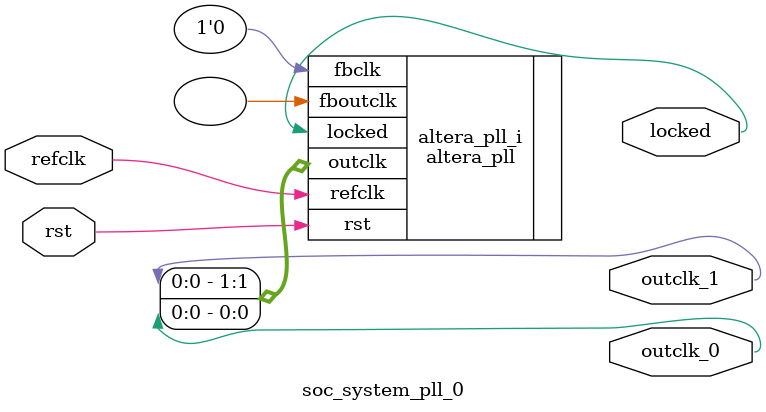
<source format=v>
`timescale 1ns/10ps
module  soc_system_pll_0(

	// interface 'refclk'
	input wire refclk,

	// interface 'reset'
	input wire rst,

	// interface 'outclk0'
	output wire outclk_0,

	// interface 'outclk1'
	output wire outclk_1,

	// interface 'locked'
	output wire locked
);

	altera_pll #(
		.fractional_vco_multiplier("false"),
		.reference_clock_frequency("50.0 MHz"),
		.operation_mode("direct"),
		.number_of_clocks(2),
		.output_clock_frequency0("200.000000 MHz"),
		.phase_shift0("0 ps"),
		.duty_cycle0(50),
		.output_clock_frequency1("50.000000 MHz"),
		.phase_shift1("0 ps"),
		.duty_cycle1(50),
		.output_clock_frequency2("0 MHz"),
		.phase_shift2("0 ps"),
		.duty_cycle2(50),
		.output_clock_frequency3("0 MHz"),
		.phase_shift3("0 ps"),
		.duty_cycle3(50),
		.output_clock_frequency4("0 MHz"),
		.phase_shift4("0 ps"),
		.duty_cycle4(50),
		.output_clock_frequency5("0 MHz"),
		.phase_shift5("0 ps"),
		.duty_cycle5(50),
		.output_clock_frequency6("0 MHz"),
		.phase_shift6("0 ps"),
		.duty_cycle6(50),
		.output_clock_frequency7("0 MHz"),
		.phase_shift7("0 ps"),
		.duty_cycle7(50),
		.output_clock_frequency8("0 MHz"),
		.phase_shift8("0 ps"),
		.duty_cycle8(50),
		.output_clock_frequency9("0 MHz"),
		.phase_shift9("0 ps"),
		.duty_cycle9(50),
		.output_clock_frequency10("0 MHz"),
		.phase_shift10("0 ps"),
		.duty_cycle10(50),
		.output_clock_frequency11("0 MHz"),
		.phase_shift11("0 ps"),
		.duty_cycle11(50),
		.output_clock_frequency12("0 MHz"),
		.phase_shift12("0 ps"),
		.duty_cycle12(50),
		.output_clock_frequency13("0 MHz"),
		.phase_shift13("0 ps"),
		.duty_cycle13(50),
		.output_clock_frequency14("0 MHz"),
		.phase_shift14("0 ps"),
		.duty_cycle14(50),
		.output_clock_frequency15("0 MHz"),
		.phase_shift15("0 ps"),
		.duty_cycle15(50),
		.output_clock_frequency16("0 MHz"),
		.phase_shift16("0 ps"),
		.duty_cycle16(50),
		.output_clock_frequency17("0 MHz"),
		.phase_shift17("0 ps"),
		.duty_cycle17(50),
		.pll_type("General"),
		.pll_subtype("General")
	) altera_pll_i (
		.rst	(rst),
		.outclk	({outclk_1, outclk_0}),
		.locked	(locked),
		.fboutclk	( ),
		.fbclk	(1'b0),
		.refclk	(refclk)
	);
endmodule


</source>
